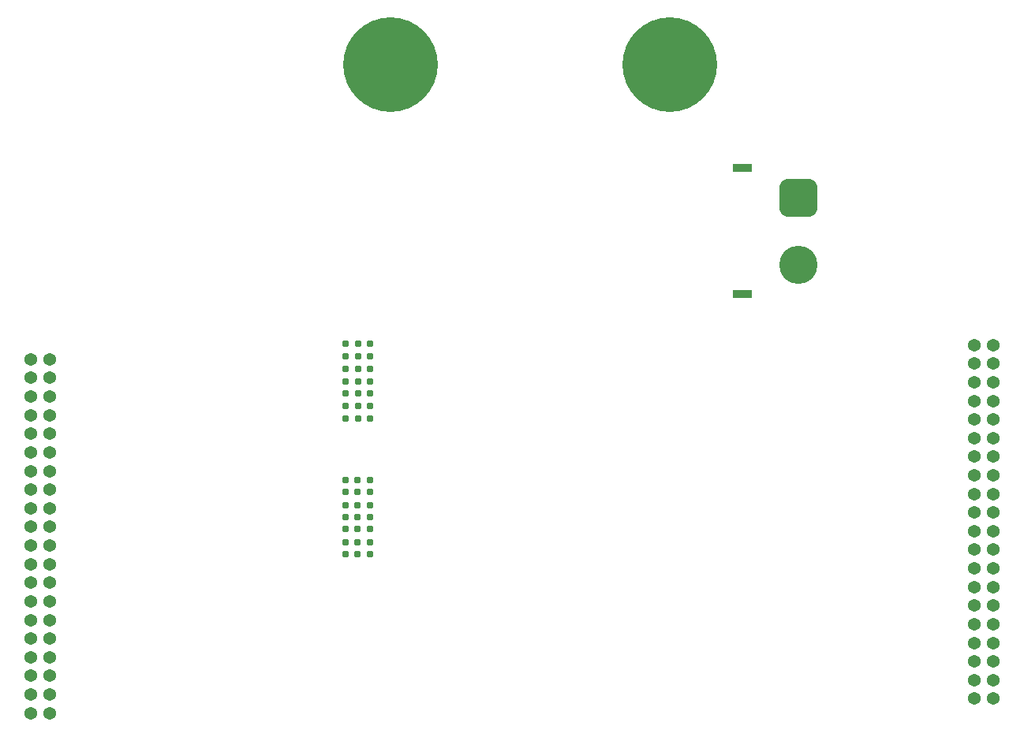
<source format=gbr>
%TF.GenerationSoftware,KiCad,Pcbnew,7.0.7*%
%TF.CreationDate,2024-03-26T08:25:24-07:00*%
%TF.ProjectId,Power-board,506f7765-722d-4626-9f61-72642e6b6963,rev?*%
%TF.SameCoordinates,Original*%
%TF.FileFunction,Soldermask,Bot*%
%TF.FilePolarity,Negative*%
%FSLAX46Y46*%
G04 Gerber Fmt 4.6, Leading zero omitted, Abs format (unit mm)*
G04 Created by KiCad (PCBNEW 7.0.7) date 2024-03-26 08:25:24*
%MOMM*%
%LPD*%
G01*
G04 APERTURE LIST*
G04 Aperture macros list*
%AMRoundRect*
0 Rectangle with rounded corners*
0 $1 Rounding radius*
0 $2 $3 $4 $5 $6 $7 $8 $9 X,Y pos of 4 corners*
0 Add a 4 corners polygon primitive as box body*
4,1,4,$2,$3,$4,$5,$6,$7,$8,$9,$2,$3,0*
0 Add four circle primitives for the rounded corners*
1,1,$1+$1,$2,$3*
1,1,$1+$1,$4,$5*
1,1,$1+$1,$6,$7*
1,1,$1+$1,$8,$9*
0 Add four rect primitives between the rounded corners*
20,1,$1+$1,$2,$3,$4,$5,0*
20,1,$1+$1,$4,$5,$6,$7,0*
20,1,$1+$1,$6,$7,$8,$9,0*
20,1,$1+$1,$8,$9,$2,$3,0*%
G04 Aperture macros list end*
%ADD10C,0.780000*%
%ADD11C,1.371600*%
%ADD12R,2.000000X0.900000*%
%ADD13RoundRect,1.025000X1.025000X-1.025000X1.025000X1.025000X-1.025000X1.025000X-1.025000X-1.025000X0*%
%ADD14C,4.100000*%
%ADD15C,10.160000*%
G04 APERTURE END LIST*
D10*
%TO.C,U3*%
X104588000Y-67788000D03*
X104588000Y-69088000D03*
X104588000Y-70488000D03*
X104588000Y-71788000D03*
X104588000Y-73088000D03*
X104588003Y-74488000D03*
X104588003Y-75788000D03*
X105888000Y-69088000D03*
X105888003Y-67788000D03*
X105888003Y-70488000D03*
X105888003Y-71788000D03*
X105888003Y-73088000D03*
X105888003Y-74488000D03*
X105888005Y-75788000D03*
X107188000Y-67788000D03*
X107188000Y-69088000D03*
X107188000Y-70488000D03*
X107188000Y-71788000D03*
X107188000Y-73088000D03*
X107188002Y-74488000D03*
X107188002Y-75788000D03*
%TD*%
D11*
%TO.C,J1*%
X70780000Y-69442100D03*
X72780000Y-69442100D03*
X70780000Y-71442100D03*
X72780000Y-71442100D03*
X70780000Y-73442100D03*
X72780000Y-73442100D03*
X70780000Y-75442100D03*
X72780000Y-75442100D03*
X70780000Y-77442100D03*
X72780000Y-77442100D03*
X70780000Y-79442100D03*
X72780000Y-79442100D03*
X70780000Y-81442100D03*
X72780000Y-81442100D03*
X70780000Y-83442100D03*
X72780000Y-83442100D03*
X70780000Y-85442100D03*
X72780000Y-85442100D03*
X70780000Y-87442100D03*
X72780000Y-87442100D03*
X70780000Y-89442100D03*
X72780000Y-89442100D03*
X70780000Y-91442100D03*
X72780000Y-91442100D03*
X70780000Y-93442100D03*
X72780000Y-93442100D03*
X70780000Y-95442100D03*
X72780000Y-95442100D03*
X70780000Y-97442100D03*
X72780000Y-97442100D03*
X70780000Y-99442100D03*
X72780000Y-99442100D03*
X70780000Y-101442000D03*
X72780000Y-101442000D03*
X70780000Y-103442000D03*
X72780000Y-103442000D03*
X70780000Y-105442000D03*
X72780000Y-105442000D03*
X70780000Y-107442000D03*
X72780000Y-107442000D03*
X172050000Y-67905269D03*
X174050000Y-67905269D03*
X172050000Y-69905269D03*
X174050000Y-69905269D03*
X172050000Y-71905269D03*
X174050000Y-71905269D03*
X172050000Y-73905269D03*
X174050000Y-73905269D03*
X172050000Y-75905169D03*
X174050000Y-75905169D03*
X172050000Y-77905169D03*
X174050000Y-77905169D03*
X172050000Y-79905169D03*
X174050000Y-79905169D03*
X172050000Y-81905169D03*
X174050000Y-81905169D03*
X172050000Y-83905169D03*
X174050000Y-83905169D03*
X172050000Y-85905169D03*
X174050000Y-85905169D03*
X172050000Y-87905169D03*
X174050000Y-87905169D03*
X172050000Y-89905169D03*
X174050000Y-89905169D03*
X172050000Y-91905169D03*
X174050000Y-91905169D03*
X172050000Y-93905169D03*
X174050000Y-93905169D03*
X172050000Y-95905169D03*
X174050000Y-95905169D03*
X172050000Y-97905169D03*
X174050000Y-97905169D03*
X172050000Y-99905169D03*
X174050000Y-99905169D03*
X172050000Y-101905169D03*
X174050000Y-101905169D03*
X172050000Y-103905169D03*
X174050000Y-103905169D03*
X172050000Y-105905169D03*
X174050000Y-105905169D03*
%TD*%
D10*
%TO.C,U2*%
X104557997Y-82390000D03*
X104557997Y-83690000D03*
X104557997Y-85090000D03*
X104557997Y-86390000D03*
X104557997Y-87690000D03*
X104558000Y-89090000D03*
X104558000Y-90390000D03*
X105857997Y-83690000D03*
X105858000Y-82390000D03*
X105858000Y-85090000D03*
X105858000Y-86390000D03*
X105858000Y-87690000D03*
X105858000Y-89090000D03*
X105858002Y-90390000D03*
X107157997Y-82390000D03*
X107157997Y-83690000D03*
X107157997Y-85090000D03*
X107157997Y-86390000D03*
X107157997Y-87690000D03*
X107157999Y-89090000D03*
X107157999Y-90390000D03*
%TD*%
D12*
%TO.C,J2*%
X147167600Y-62420400D03*
X147167600Y-48920400D03*
D13*
X153167600Y-52070400D03*
D14*
X153167600Y-59270400D03*
%TD*%
D15*
%TO.C,J5*%
X139350000Y-37782000D03*
X109380000Y-37782000D03*
%TD*%
M02*

</source>
